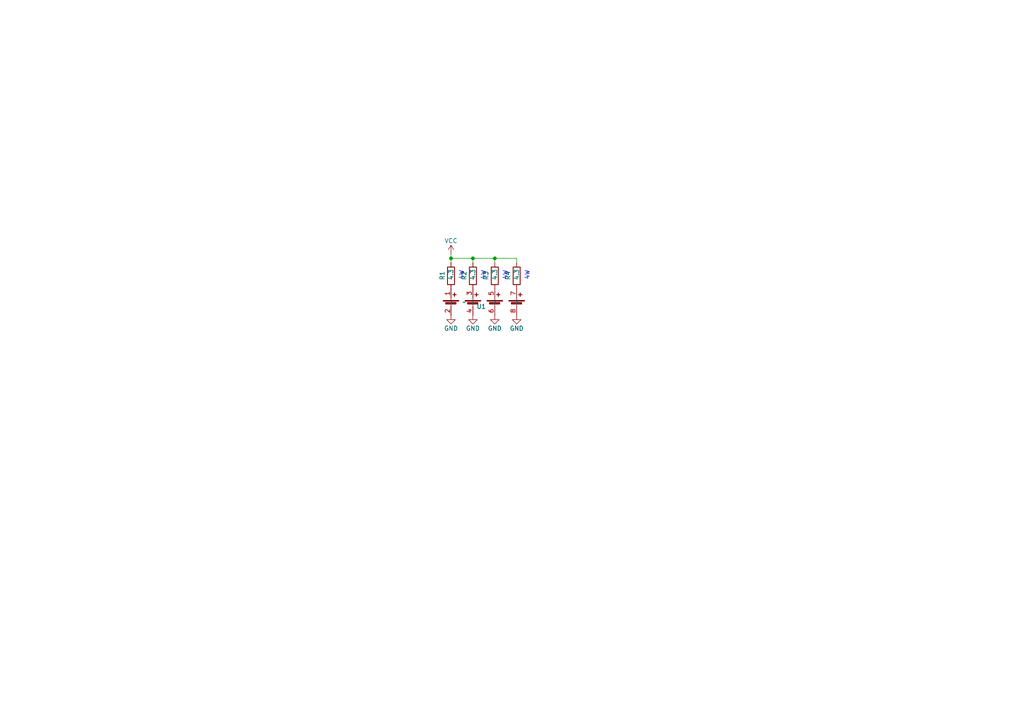
<source format=kicad_sch>
(kicad_sch (version 20230121) (generator eeschema)
  (paper "A4")
  (lib_symbols
    (symbol "Device:R" (pin_numbers hide) (pin_names (offset 0))
      (property "Reference" "R" (at 2.032 0 90))
      (property "Value" "R" (at 0 0 90))
      (symbol "R_0_1"
        (rectangle (start -1.016 -2.54) (end 1.016 2.54) (stroke (width 0.254)))
      )
      (symbol "R_1_1"
        (pin passive line (at 0 3.81 270) (length 1.27) (name "~") (number "1"))
        (pin passive line (at 0 -3.81 90) (length 1.27) (name "~") (number "2"))
      )
    )
    (symbol "lib:4x_18650"
      (property "Reference" "U" (at 5.08 -1.27 0))
      (symbol "4x_18650_0_1"
        (rectangle (start -6.096 0.508) (end -1.524 0.254) (fill (type outline)))
        (rectangle (start -5.3848 -0.0762) (end -2.3368 -0.5842) (fill (type outline)))
        (polyline (pts (xy -3.81 -0.508) (xy -3.81 -1.27)))
        (polyline (pts (xy -3.81 0.508) (xy -3.81 1.27)))
        (polyline (pts (xy -3.302 2.159) (xy -2.286 2.159)) (stroke (width 0.254)))
        (polyline (pts (xy -2.794 2.667) (xy -2.794 1.651)) (stroke (width 0.254)))
        (polyline (pts (xy 2.54 -0.508) (xy 2.54 -1.27)))
        (polyline (pts (xy 2.54 0.508) (xy 2.54 1.27)))
        (polyline (pts (xy 3.048 2.159) (xy 4.064 2.159)) (stroke (width 0.254)))
        (polyline (pts (xy 3.556 2.667) (xy 3.556 1.651)) (stroke (width 0.254)))
        (polyline (pts (xy 8.89 -0.508) (xy 8.89 -1.27)))
        (polyline (pts (xy 8.89 0.508) (xy 8.89 1.27)))
        (polyline (pts (xy 9.398 2.159) (xy 10.414 2.159)) (stroke (width 0.254)))
        (polyline (pts (xy 9.906 2.667) (xy 9.906 1.651)) (stroke (width 0.254)))
        (polyline (pts (xy 15.24 -0.508) (xy 15.24 -1.27)))
        (polyline (pts (xy 15.24 0.508) (xy 15.24 1.27)))
        (polyline (pts (xy 15.748 2.159) (xy 16.764 2.159)) (stroke (width 0.254)))
        (polyline (pts (xy 16.256 2.667) (xy 16.256 1.651)) (stroke (width 0.254)))
        (rectangle (start 0.254 0.508) (end 4.826 0.254) (fill (type outline)))
        (rectangle (start 0.9652 -0.0762) (end 4.0132 -0.5842) (fill (type outline)))
        (rectangle (start 6.604 0.508) (end 11.176 0.254) (fill (type outline)))
        (rectangle (start 7.3152 -0.0762) (end 10.3632 -0.5842) (fill (type outline)))
        (rectangle (start 12.954 0.508) (end 17.526 0.254) (fill (type outline)))
        (rectangle (start 13.6652 -0.0762) (end 16.7132 -0.5842) (fill (type outline)))
      )
      (symbol "4x_18650_1_1"
        (pin passive line (at -3.81 3.81 270) (length 2.54) (name "+") (number "1"))
        (pin passive line (at -3.81 -3.81 90) (length 2.54) (name "-") (number "2"))
        (pin passive line (at 2.54 3.81 270) (length 2.54) (name "+") (number "3"))
        (pin passive line (at 2.54 -3.81 90) (length 2.54) (name "-") (number "4"))
        (pin passive line (at 8.89 3.81 270) (length 2.54) (name "+") (number "5"))
        (pin passive line (at 8.89 -3.81 90) (length 2.54) (name "-") (number "6"))
        (pin passive line (at 15.24 3.81 270) (length 2.54) (name "+") (number "7"))
        (pin passive line (at 15.24 -3.81 90) (length 2.54) (name "-") (number "8"))
      )
    )
    (symbol "power:GND" (power) (pin_names (offset 0))
      (property "Value" "GND" (at 0 -3.81 0))
      (symbol "GND_0_1"
        (polyline (pts (xy 0 0) (xy 0 -1.27) (xy 1.27 -1.27) (xy 0 -2.54) (xy -1.27 -1.27) (xy 0 -1.27)))
      )
      (symbol "GND_1_1"
        (pin power_in line (at 0 0 270) (length 0) hide (name "GND") (number "1"))
      )
    )
    (symbol "power:VCC" (power) (pin_names (offset 0))
      (property "Value" "VCC" (at 0 3.81 0))
      (symbol "VCC_0_1"
        (polyline (pts (xy -0.762 1.27) (xy 0 2.54)))
        (polyline (pts (xy 0 0) (xy 0 2.54)))
        (polyline (pts (xy 0 2.54) (xy 0.762 1.27)))
      )
      (symbol "VCC_1_1"
        (pin power_in line (at 0 0 90) (length 0) hide (name "VCC") (number "1"))
      )
    )
  )
  (junction (at 143.51 74.93))
  (junction (at 137.16 74.93))
  (junction (at 130.81 74.93))
  (wire (pts (xy 149.86 74.93) (xy 149.86 76.2)))
  (wire (pts (xy 130.81 74.93) (xy 137.16 74.93)))
  (wire (pts (xy 137.16 74.93) (xy 143.51 74.93)))
  (wire (pts (xy 130.81 76.2) (xy 130.81 74.93)))
  (wire (pts (xy 143.51 74.93) (xy 143.51 76.2)))
  (wire (pts (xy 143.51 74.93) (xy 149.86 74.93)))
  (wire (pts (xy 130.81 73.66) (xy 130.81 74.93)))
  (wire (pts (xy 137.16 74.93) (xy 137.16 76.2)))
  (text "4W" (at 140.97 81.28 90) (effects (font (size 1.27 1.27)) (justify left bottom)))
  (text "4W" (at 153.67 81.28 90) (effects (font (size 1.27 1.27)) (justify left bottom)))
  (text "4W" (at 134.62 81.28 90) (effects (font (size 1.27 1.27)) (justify left bottom)))
  (text "4W" (at 147.32 81.28 90) (effects (font (size 1.27 1.27)) (justify left bottom)))
  (symbol (lib_id "Device:R") (at 143.51 80.01 0) (unit 1)
    (property "Reference" "R3" (at 140.97 81.28 90) (effects (justify left)))
    (property "Value" "4.3" (at 143.51 81.28 90) (effects (justify left)))
    (property "Footprint" "Resistor_SMD:R_2816_7142Metric" (effects hide))
    (property "Field4" "https://www.digikey.com/en/products/detail/te-connectivity-passive-product/35404R3FT/9926818" (effects hide))
    (instances (project "balancer" (path "" (reference "R3") (unit 1)) (path "" (reference "R3") (unit 1)) (path "" (reference "R7") (unit 1)) (path "" (reference "R11") (unit 1)) (path "" (reference "R15") (unit 1)) (path "" (reference "R19") (unit 1)) (path "" (reference "R39") (unit 1)) (path "" (reference "R35") (unit 1)) (path "" (reference "R31") (unit 1)) (path "" (reference "R23") (unit 1)) (path "" (reference "R27") (unit 1)) (path "" (reference "R59") (unit 1)) (path "" (reference "R55") (unit 1)) (path "" (reference "R51") (unit 1)) (path "" (reference "R43") (unit 1)) (path "" (reference "R47") (unit 1)) (path "" (reference "R79") (unit 1)) (path "" (reference "R75") (unit 1)) (path "" (reference "R71") (unit 1)) (path "" (reference "R63") (unit 1)) (path "" (reference "R67") (unit 1)) (path "" (reference "R99") (unit 1)) (path "" (reference "R95") (unit 1)) (path "" (reference "R91") (unit 1)) (path "" (reference "R83") (unit 1)) (path "" (reference "R87") (unit 1))))
  )
  (symbol (lib_id "Device:R") (at 130.81 80.01 0) (unit 1)
    (property "Reference" "R1" (at 128.27 81.28 90) (effects (justify left)))
    (property "Value" "4.3" (at 130.81 81.28 90) (effects (justify left)))
    (property "Footprint" "Resistor_SMD:R_2816_7142Metric" (effects hide))
    (property "Field4" "https://www.digikey.com/en/products/detail/te-connectivity-passive-product/35404R3FT/9926818" (effects hide))
    (instances (project "balancer" (path "" (reference "R1") (unit 1)) (path "" (reference "R1") (unit 1)) (path "" (reference "R5") (unit 1)) (path "" (reference "R9") (unit 1)) (path "" (reference "R13") (unit 1)) (path "" (reference "R17") (unit 1)) (path "" (reference "R37") (unit 1)) (path "" (reference "R33") (unit 1)) (path "" (reference "R29") (unit 1)) (path "" (reference "R21") (unit 1)) (path "" (reference "R25") (unit 1)) (path "" (reference "R57") (unit 1)) (path "" (reference "R53") (unit 1)) (path "" (reference "R49") (unit 1)) (path "" (reference "R41") (unit 1)) (path "" (reference "R45") (unit 1)) (path "" (reference "R77") (unit 1)) (path "" (reference "R73") (unit 1)) (path "" (reference "R69") (unit 1)) (path "" (reference "R61") (unit 1)) (path "" (reference "R65") (unit 1)) (path "" (reference "R97") (unit 1)) (path "" (reference "R93") (unit 1)) (path "" (reference "R89") (unit 1)) (path "" (reference "R81") (unit 1)) (path "" (reference "R85") (unit 1))))
  )
  (symbol (lib_id "power:GND") (at 143.51 91.44 0) (unit 1)
    (property "Reference" "#PWR03" (effects hide))
    (property "Value" "GND" (at 143.51 95.25 0))
    (instances (project "balancer" (path "" (reference "#PWR03") (unit 1)) (path "" (reference "#PWR04") (unit 1)) (path "" (reference "#PWR09") (unit 1)) (path "" (reference "#PWR014") (unit 1)) (path "" (reference "#PWR019") (unit 1)) (path "" (reference "#PWR024") (unit 1)) (path "" (reference "#PWR049") (unit 1)) (path "" (reference "#PWR044") (unit 1)) (path "" (reference "#PWR039") (unit 1)) (path "" (reference "#PWR029") (unit 1)) (path "" (reference "#PWR034") (unit 1)) (path "" (reference "#PWR074") (unit 1)) (path "" (reference "#PWR069") (unit 1)) (path "" (reference "#PWR064") (unit 1)) (path "" (reference "#PWR054") (unit 1)) (path "" (reference "#PWR059") (unit 1)) (path "" (reference "#PWR099") (unit 1)) (path "" (reference "#PWR094") (unit 1)) (path "" (reference "#PWR089") (unit 1)) (path "" (reference "#PWR079") (unit 1)) (path "" (reference "#PWR084") (unit 1)) (path "" (reference "#PWR0124") (unit 1)) (path "" (reference "#PWR0119") (unit 1)) (path "" (reference "#PWR0114") (unit 1)) (path "" (reference "#PWR0104") (unit 1)) (path "" (reference "#PWR0109") (unit 1))))
  )
  (symbol (lib_id "power:GND") (at 149.86 91.44 0) (unit 1)
    (property "Reference" "#PWR04" (effects hide))
    (property "Value" "GND" (at 149.86 95.25 0))
    (instances (project "balancer" (path "" (reference "#PWR04") (unit 1)) (path "" (reference "#PWR05") (unit 1)) (path "" (reference "#PWR010") (unit 1)) (path "" (reference "#PWR015") (unit 1)) (path "" (reference "#PWR020") (unit 1)) (path "" (reference "#PWR025") (unit 1)) (path "" (reference "#PWR050") (unit 1)) (path "" (reference "#PWR045") (unit 1)) (path "" (reference "#PWR040") (unit 1)) (path "" (reference "#PWR030") (unit 1)) (path "" (reference "#PWR035") (unit 1)) (path "" (reference "#PWR075") (unit 1)) (path "" (reference "#PWR070") (unit 1)) (path "" (reference "#PWR065") (unit 1)) (path "" (reference "#PWR055") (unit 1)) (path "" (reference "#PWR060") (unit 1)) (path "" (reference "#PWR0100") (unit 1)) (path "" (reference "#PWR095") (unit 1)) (path "" (reference "#PWR090") (unit 1)) (path "" (reference "#PWR080") (unit 1)) (path "" (reference "#PWR085") (unit 1)) (path "" (reference "#PWR0125") (unit 1)) (path "" (reference "#PWR0120") (unit 1)) (path "" (reference "#PWR0115") (unit 1)) (path "" (reference "#PWR0105") (unit 1)) (path "" (reference "#PWR0110") (unit 1))))
  )
  (symbol (lib_id "lib:4x_18650") (at 134.62 87.63 0) (unit 1)
    (property "Reference" "U1" (at 140.97 88.9 0) (effects (justify right)))
    (property "Value" "~" (at 134.62 87.63 0))
    (property "Footprint" "lib:4x_18650_smd" (effects hide))
    (instances (project "balancer" (path "" (reference "U1") (unit 1)) (path "" (reference "U1") (unit 1)) (path "" (reference "U2") (unit 1)) (path "" (reference "U3") (unit 1)) (path "" (reference "U4") (unit 1)) (path "" (reference "U5") (unit 1)) (path "" (reference "U10") (unit 1)) (path "" (reference "U9") (unit 1)) (path "" (reference "U8") (unit 1)) (path "" (reference "U6") (unit 1)) (path "" (reference "U7") (unit 1)) (path "" (reference "U15") (unit 1)) (path "" (reference "U14") (unit 1)) (path "" (reference "U13") (unit 1)) (path "" (reference "U11") (unit 1)) (path "" (reference "U12") (unit 1)) (path "" (reference "U20") (unit 1)) (path "" (reference "U19") (unit 1)) (path "" (reference "U18") (unit 1)) (path "" (reference "U16") (unit 1)) (path "" (reference "U17") (unit 1)) (path "" (reference "U25") (unit 1)) (path "" (reference "U24") (unit 1)) (path "" (reference "U23") (unit 1)) (path "" (reference "U21") (unit 1)) (path "" (reference "U22") (unit 1))))
  )
  (symbol (lib_id "power:VCC") (at 130.81 73.66 0) (unit 1)
    (property "Reference" "#PWR05" (effects hide))
    (property "Value" "VCC" (at 130.81 69.85 0))
    (instances (project "balancer" (path "" (reference "#PWR05") (unit 1)) (path "" (reference "#PWR01") (unit 1)) (path "" (reference "#PWR06") (unit 1)) (path "" (reference "#PWR011") (unit 1)) (path "" (reference "#PWR016") (unit 1)) (path "" (reference "#PWR021") (unit 1)) (path "" (reference "#PWR046") (unit 1)) (path "" (reference "#PWR041") (unit 1)) (path "" (reference "#PWR036") (unit 1)) (path "" (reference "#PWR026") (unit 1)) (path "" (reference "#PWR031") (unit 1)) (path "" (reference "#PWR071") (unit 1)) (path "" (reference "#PWR066") (unit 1)) (path "" (reference "#PWR061") (unit 1)) (path "" (reference "#PWR051") (unit 1)) (path "" (reference "#PWR056") (unit 1)) (path "" (reference "#PWR096") (unit 1)) (path "" (reference "#PWR091") (unit 1)) (path "" (reference "#PWR086") (unit 1)) (path "" (reference "#PWR076") (unit 1)) (path "" (reference "#PWR081") (unit 1)) (path "" (reference "#PWR0121") (unit 1)) (path "" (reference "#PWR0116") (unit 1)) (path "" (reference "#PWR0111") (unit 1)) (path "" (reference "#PWR0101") (unit 1)) (path "" (reference "#PWR0106") (unit 1))))
  )
  (symbol (lib_id "Device:R") (at 137.16 80.01 0) (unit 1)
    (property "Reference" "R2" (at 134.62 81.28 90) (effects (justify left)))
    (property "Value" "4.3" (at 137.16 81.28 90) (effects (justify left)))
    (property "Footprint" "Resistor_SMD:R_2816_7142Metric" (effects hide))
    (property "Field4" "https://www.digikey.com/en/products/detail/te-connectivity-passive-product/35404R3FT/9926818" (effects hide))
    (instances (project "balancer" (path "" (reference "R2") (unit 1)) (path "" (reference "R2") (unit 1)) (path "" (reference "R6") (unit 1)) (path "" (reference "R10") (unit 1)) (path "" (reference "R14") (unit 1)) (path "" (reference "R18") (unit 1)) (path "" (reference "R38") (unit 1)) (path "" (reference "R34") (unit 1)) (path "" (reference "R30") (unit 1)) (path "" (reference "R22") (unit 1)) (path "" (reference "R26") (unit 1)) (path "" (reference "R58") (unit 1)) (path "" (reference "R54") (unit 1)) (path "" (reference "R50") (unit 1)) (path "" (reference "R42") (unit 1)) (path "" (reference "R46") (unit 1)) (path "" (reference "R78") (unit 1)) (path "" (reference "R74") (unit 1)) (path "" (reference "R70") (unit 1)) (path "" (reference "R62") (unit 1)) (path "" (reference "R66") (unit 1)) (path "" (reference "R98") (unit 1)) (path "" (reference "R94") (unit 1)) (path "" (reference "R90") (unit 1)) (path "" (reference "R82") (unit 1)) (path "" (reference "R86") (unit 1))))
  )
  (symbol (lib_id "power:GND") (at 137.16 91.44 0) (unit 1)
    (property "Reference" "#PWR02" (effects hide))
    (property "Value" "GND" (at 137.16 95.25 0))
    (instances (project "balancer" (path "" (reference "#PWR02") (unit 1)) (path "" (reference "#PWR03") (unit 1)) (path "" (reference "#PWR08") (unit 1)) (path "" (reference "#PWR013") (unit 1)) (path "" (reference "#PWR018") (unit 1)) (path "" (reference "#PWR023") (unit 1)) (path "" (reference "#PWR048") (unit 1)) (path "" (reference "#PWR043") (unit 1)) (path "" (reference "#PWR038") (unit 1)) (path "" (reference "#PWR028") (unit 1)) (path "" (reference "#PWR033") (unit 1)) (path "" (reference "#PWR073") (unit 1)) (path "" (reference "#PWR068") (unit 1)) (path "" (reference "#PWR063") (unit 1)) (path "" (reference "#PWR053") (unit 1)) (path "" (reference "#PWR058") (unit 1)) (path "" (reference "#PWR098") (unit 1)) (path "" (reference "#PWR093") (unit 1)) (path "" (reference "#PWR088") (unit 1)) (path "" (reference "#PWR078") (unit 1)) (path "" (reference "#PWR083") (unit 1)) (path "" (reference "#PWR0123") (unit 1)) (path "" (reference "#PWR0118") (unit 1)) (path "" (reference "#PWR0113") (unit 1)) (path "" (reference "#PWR0103") (unit 1)) (path "" (reference "#PWR0108") (unit 1))))
  )
  (symbol (lib_id "Device:R") (at 149.86 80.01 0) (unit 1)
    (property "Reference" "R4" (at 147.32 81.28 90) (effects (justify left)))
    (property "Value" "4.3" (at 149.86 81.28 90) (effects (justify left)))
    (property "Footprint" "Resistor_SMD:R_2816_7142Metric" (effects hide))
    (property "Field4" "https://www.digikey.com/en/products/detail/te-connectivity-passive-product/35404R3FT/9926818" (effects hide))
    (instances (project "balancer" (path "" (reference "R4") (unit 1)) (path "" (reference "R4") (unit 1)) (path "" (reference "R8") (unit 1)) (path "" (reference "R12") (unit 1)) (path "" (reference "R16") (unit 1)) (path "" (reference "R20") (unit 1)) (path "" (reference "R40") (unit 1)) (path "" (reference "R36") (unit 1)) (path "" (reference "R32") (unit 1)) (path "" (reference "R24") (unit 1)) (path "" (reference "R28") (unit 1)) (path "" (reference "R60") (unit 1)) (path "" (reference "R56") (unit 1)) (path "" (reference "R52") (unit 1)) (path "" (reference "R44") (unit 1)) (path "" (reference "R48") (unit 1)) (path "" (reference "R80") (unit 1)) (path "" (reference "R76") (unit 1)) (path "" (reference "R72") (unit 1)) (path "" (reference "R64") (unit 1)) (path "" (reference "R68") (unit 1)) (path "" (reference "R100") (unit 1)) (path "" (reference "R96") (unit 1)) (path "" (reference "R92") (unit 1)) (path "" (reference "R84") (unit 1)) (path "" (reference "R88") (unit 1))))
  )
  (symbol (lib_id "power:GND") (at 130.81 91.44 0) (unit 1)
    (property "Reference" "#PWR01" (effects hide))
    (property "Value" "GND" (at 130.81 95.25 0))
    (instances (project "balancer" (path "" (reference "#PWR01") (unit 1)) (path "" (reference "#PWR02") (unit 1)) (path "" (reference "#PWR07") (unit 1)) (path "" (reference "#PWR012") (unit 1)) (path "" (reference "#PWR017") (unit 1)) (path "" (reference "#PWR022") (unit 1)) (path "" (reference "#PWR047") (unit 1)) (path "" (reference "#PWR042") (unit 1)) (path "" (reference "#PWR037") (unit 1)) (path "" (reference "#PWR027") (unit 1)) (path "" (reference "#PWR032") (unit 1)) (path "" (reference "#PWR072") (unit 1)) (path "" (reference "#PWR067") (unit 1)) (path "" (reference "#PWR062") (unit 1)) (path "" (reference "#PWR052") (unit 1)) (path "" (reference "#PWR057") (unit 1)) (path "" (reference "#PWR097") (unit 1)) (path "" (reference "#PWR092") (unit 1)) (path "" (reference "#PWR087") (unit 1)) (path "" (reference "#PWR077") (unit 1)) (path "" (reference "#PWR082") (unit 1)) (path "" (reference "#PWR0122") (unit 1)) (path "" (reference "#PWR0117") (unit 1)) (path "" (reference "#PWR0112") (unit 1)) (path "" (reference "#PWR0102") (unit 1)) (path "" (reference "#PWR0107") (unit 1))))
  )
)
</source>
